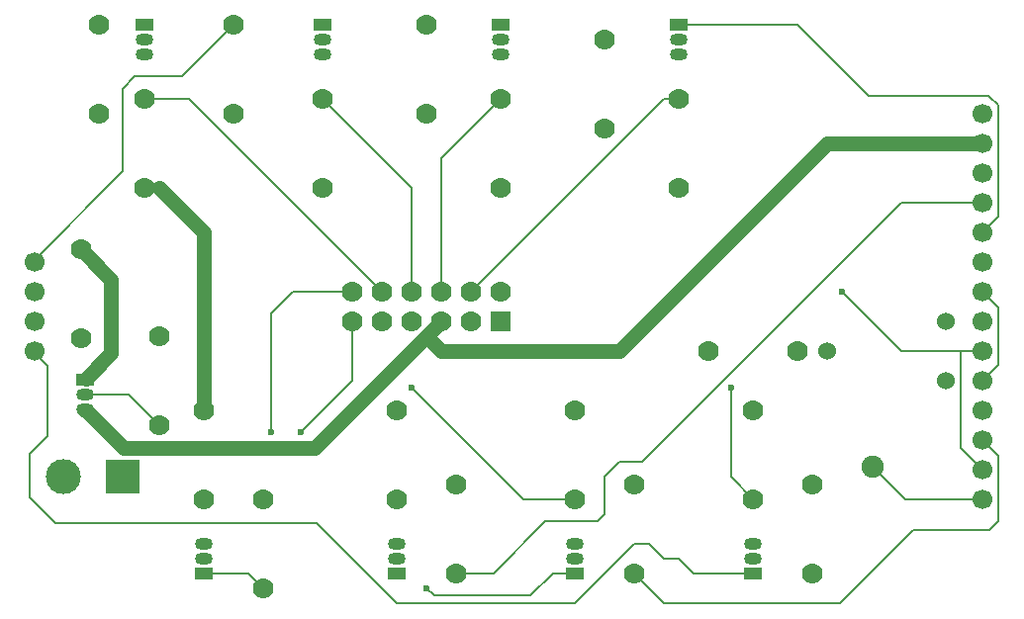
<source format=gbr>
%TF.GenerationSoftware,KiCad,Pcbnew,8.0.6*%
%TF.CreationDate,2025-05-19T18:36:41-06:00*%
%TF.ProjectId,Subsystem SPI Breakout v4,53756273-7973-4746-956d-205350492042,rev?*%
%TF.SameCoordinates,Original*%
%TF.FileFunction,Copper,L2,Bot*%
%TF.FilePolarity,Positive*%
%FSLAX46Y46*%
G04 Gerber Fmt 4.6, Leading zero omitted, Abs format (unit mm)*
G04 Created by KiCad (PCBNEW 8.0.6) date 2025-05-19 18:36:41*
%MOMM*%
%LPD*%
G01*
G04 APERTURE LIST*
%TA.AperFunction,ComponentPad*%
%ADD10C,1.778000*%
%TD*%
%TA.AperFunction,ComponentPad*%
%ADD11C,1.524000*%
%TD*%
%TA.AperFunction,ComponentPad*%
%ADD12R,1.500000X1.050000*%
%TD*%
%TA.AperFunction,ComponentPad*%
%ADD13O,1.500000X1.050000*%
%TD*%
%TA.AperFunction,ComponentPad*%
%ADD14C,1.905000*%
%TD*%
%TA.AperFunction,ComponentPad*%
%ADD15R,3.000000X3.000000*%
%TD*%
%TA.AperFunction,ComponentPad*%
%ADD16C,3.000000*%
%TD*%
%TA.AperFunction,ComponentPad*%
%ADD17R,1.778000X1.778000*%
%TD*%
%TA.AperFunction,ComponentPad*%
%ADD18C,1.700000*%
%TD*%
%TA.AperFunction,ViaPad*%
%ADD19C,0.600000*%
%TD*%
%TA.AperFunction,Conductor*%
%ADD20C,1.270000*%
%TD*%
%TA.AperFunction,Conductor*%
%ADD21C,0.200000*%
%TD*%
G04 APERTURE END LIST*
D10*
%TO.P,R5,P$1,P$1*%
%TO.N,/3V3*%
X120600000Y-78740000D03*
%TO.P,R5,P$2,P$2*%
%TO.N,/MISO_3V3*%
X120600000Y-71120000D03*
%TD*%
%TO.P,R9,P$1,P$1*%
%TO.N,/3V3*%
X172720000Y-99060000D03*
%TO.P,R9,P$2,P$2*%
%TO.N,Net-(Brightness Adjust1-PadVin)*%
X180340000Y-99060000D03*
%TD*%
D11*
%TO.P,Brightness Adjust1,Vin*%
%TO.N,Net-(Brightness Adjust1-PadVin)*%
X182880000Y-99060000D03*
%TO.P,Brightness Adjust1,Vout1*%
%TO.N,Net-(Brightness Adjust1-PadVout1)*%
X193040000Y-96520000D03*
%TO.P,Brightness Adjust1,Vout2*%
%TO.N,unconnected-(Brightness Adjust1-PadVout2)*%
X193040000Y-101600000D03*
%TD*%
D10*
%TO.P,R16,P$1,P$1*%
%TO.N,/3V3*%
X134620000Y-111760000D03*
%TO.P,R16,P$2,P$2*%
%TO.N,/CS_TOUCH_3V3*%
X134620000Y-119380000D03*
%TD*%
%TO.P,R10,P$1,P$1*%
%TO.N,/3V3*%
X148590000Y-78740000D03*
%TO.P,R10,P$2,P$2*%
%TO.N,/CS_TFT_3V3*%
X148590000Y-71120000D03*
%TD*%
D12*
%TO.P,CS_SD1,1,D*%
%TO.N,/CS_SD_3V3*%
X139700000Y-71120000D03*
D13*
%TO.P,CS_SD1,2,G*%
%TO.N,/3V3*%
X139700000Y-72390000D03*
%TO.P,CS_SD1,3,S*%
%TO.N,/CS_SD_5V*%
X139700000Y-73660000D03*
%TD*%
D12*
%TO.P,DC1,1,D*%
%TO.N,/DC_3V3*%
X170180000Y-71120000D03*
D13*
%TO.P,DC1,2,G*%
%TO.N,/3V3*%
X170180000Y-72390000D03*
%TO.P,DC1,3,S*%
%TO.N,/DC_5V*%
X170180000Y-73660000D03*
%TD*%
D10*
%TO.P,R1,P$1,P$1*%
%TO.N,/3V3*%
X181610000Y-110490000D03*
%TO.P,R1,P$2,P$2*%
%TO.N,/SCK_3V3*%
X181610000Y-118110000D03*
%TD*%
%TO.P,R17,P$1,P$1*%
%TO.N,/5V*%
X129540000Y-104140000D03*
%TO.P,R17,P$2,P$2*%
%TO.N,/CS_TOUCH_5V*%
X129540000Y-111760000D03*
%TD*%
%TO.P,R14,P$1,P$1*%
%TO.N,/3V3*%
X132080000Y-78740000D03*
%TO.P,R14,P$2,P$2*%
%TO.N,/CS_SD_3V3*%
X132080000Y-71120000D03*
%TD*%
%TO.P,R11,P$1,P$1*%
%TO.N,/5V*%
X154940000Y-85090000D03*
%TO.P,R11,P$2,P$2*%
%TO.N,/CS_TFT_5V*%
X154940000Y-77470000D03*
%TD*%
D12*
%TO.P,RESET1,1,D*%
%TO.N,/RESET_3V3*%
X146050000Y-118110000D03*
D13*
%TO.P,RESET1,2,G*%
%TO.N,/3V3*%
X146050000Y-116840000D03*
%TO.P,RESET1,3,S*%
%TO.N,/RESET_5V*%
X146050000Y-115570000D03*
%TD*%
D10*
%TO.P,R6,P$1,P$1*%
%TO.N,/5V*%
X124460000Y-85090000D03*
%TO.P,R6,P$2,P$2*%
%TO.N,/MISO_5V*%
X124460000Y-77470000D03*
%TD*%
D12*
%TO.P,MISO1,1,D*%
%TO.N,/MISO_3V3*%
X124460000Y-71120000D03*
D13*
%TO.P,MISO1,2,G*%
%TO.N,/3V3*%
X124460000Y-72390000D03*
%TO.P,MISO1,3,S*%
%TO.N,/MISO_5V*%
X124460000Y-73660000D03*
%TD*%
D14*
%TO.P,U1,1,T_IRQ*%
%TO.N,Net-(U1-T_IRQ)*%
X186800000Y-109000000D03*
%TD*%
D15*
%TO.P,LS1,1,1*%
%TO.N,/5V*%
X122600000Y-109800000D03*
D16*
%TO.P,LS1,2,2*%
%TO.N,Net-(LS1-Pad2)*%
X117520000Y-109800000D03*
%TD*%
D10*
%TO.P,R15,P$1,P$1*%
%TO.N,/5V*%
X139700000Y-85090000D03*
%TO.P,R15,P$2,P$2*%
%TO.N,/CS_SD_5V*%
X139700000Y-77470000D03*
%TD*%
D17*
%TO.P,C1,3V3,3V3*%
%TO.N,/3V3*%
X154940000Y-96520000D03*
D10*
%TO.P,C1,5V,5V*%
%TO.N,/5V*%
X152400000Y-96520000D03*
%TO.P,C1,GND,GND*%
%TO.N,/GND*%
X149860000Y-96520000D03*
%TO.P,C1,MISO,MISO*%
%TO.N,/MISO_5V*%
X144780000Y-93980000D03*
%TO.P,C1,MOSI,MOSI*%
%TO.N,/MOSI_5V*%
X144780000Y-96520000D03*
%TO.P,C1,RST,Reset*%
%TO.N,/RESET_5V*%
X142240000Y-96520000D03*
%TO.P,C1,SCK,SCK*%
%TO.N,/SCK_5V*%
X147320000Y-96520000D03*
%TO.P,C1,SD_CS,SD_CS*%
%TO.N,/CS_SD_5V*%
X147320000Y-93980000D03*
%TO.P,C1,SPKR,SPKR*%
%TO.N,Net-(C1-PadSPKR)*%
X154940000Y-93980000D03*
%TO.P,C1,TFT_CS,TFT_CS*%
%TO.N,/CS_TFT_5V*%
X149860000Y-93980000D03*
%TO.P,C1,TFT_DC,TFT_DC*%
%TO.N,/DC_5V*%
X152400000Y-93980000D03*
%TO.P,C1,T_CS,Touch_CS*%
%TO.N,/CS_TOUCH_5V*%
X142240000Y-93980000D03*
%TD*%
D12*
%TO.P,MOSI1,1,D*%
%TO.N,/MOSI_3V3*%
X161290000Y-118110000D03*
D13*
%TO.P,MOSI1,2,G*%
%TO.N,/3V3*%
X161290000Y-116840000D03*
%TO.P,MOSI1,3,S*%
%TO.N,/MOSI_5V*%
X161290000Y-115570000D03*
%TD*%
D10*
%TO.P,R12,P$1,P$1*%
%TO.N,/3V3*%
X163830000Y-80010000D03*
%TO.P,R12,P$2,P$2*%
%TO.N,/DC_3V3*%
X163830000Y-72390000D03*
%TD*%
%TO.P,R2,P$1,P$1*%
%TO.N,/5V*%
X176530000Y-104140000D03*
%TO.P,R2,P$2,P$2*%
%TO.N,/SCK_5V*%
X176530000Y-111760000D03*
%TD*%
D12*
%TO.P,Amplifying Transistor1,1,E*%
%TO.N,Net-(Amplifying Transistor1-E)*%
X119380000Y-101540000D03*
D13*
%TO.P,Amplifying Transistor1,2,B*%
%TO.N,Net-(Amplifying Transistor1-B)*%
X119380000Y-102810000D03*
%TO.P,Amplifying Transistor1,3,C*%
%TO.N,/GND*%
X119380000Y-104080000D03*
%TD*%
D10*
%TO.P,R7,P$1,P$1*%
%TO.N,Net-(Amplifying Transistor1-E)*%
X119000000Y-90390000D03*
%TO.P,R7,P$2,P$2*%
%TO.N,Net-(LS1-Pad2)*%
X119000000Y-98010000D03*
%TD*%
%TO.P,R13,P$1,P$1*%
%TO.N,/5V*%
X170180000Y-85090000D03*
%TO.P,R13,P$2,P$2*%
%TO.N,/DC_5V*%
X170180000Y-77470000D03*
%TD*%
%TO.P,R19,P$1,P$1*%
%TO.N,/5V*%
X146050000Y-104140000D03*
%TO.P,R19,P$2,P$2*%
%TO.N,/RESET_5V*%
X146050000Y-111760000D03*
%TD*%
D12*
%TO.P,CS_TFT1,1,D*%
%TO.N,/CS_TFT_3V3*%
X154940000Y-71120000D03*
D13*
%TO.P,CS_TFT1,2,G*%
%TO.N,/3V3*%
X154940000Y-72390000D03*
%TO.P,CS_TFT1,3,S*%
%TO.N,/CS_TFT_5V*%
X154940000Y-73660000D03*
%TD*%
D12*
%TO.P,SCK1,1,D*%
%TO.N,/SCK_3V3*%
X176530000Y-118110000D03*
D13*
%TO.P,SCK1,2,G*%
%TO.N,/3V3*%
X176530000Y-116840000D03*
%TO.P,SCK1,3,S*%
%TO.N,/SCK_5V*%
X176530000Y-115570000D03*
%TD*%
D10*
%TO.P,R3,P$1,P$1*%
%TO.N,/3V3*%
X166370000Y-110490000D03*
%TO.P,R3,P$2,P$2*%
%TO.N,/MOSI_3V3*%
X166370000Y-118110000D03*
%TD*%
%TO.P,R18,P$1,P$1*%
%TO.N,/3V3*%
X151130000Y-110490000D03*
%TO.P,R18,P$2,P$2*%
%TO.N,/RESET_3V3*%
X151130000Y-118110000D03*
%TD*%
%TO.P,R8,P$1,P$1*%
%TO.N,Net-(Amplifying Transistor1-B)*%
X125730000Y-105410000D03*
%TO.P,R8,P$2,P$2*%
%TO.N,Net-(C1-PadSPKR)*%
X125730000Y-97790000D03*
%TD*%
%TO.P,R4,P$1,P$1*%
%TO.N,/5V*%
X161290000Y-104140000D03*
%TO.P,R4,P$2,P$2*%
%TO.N,/MOSI_5V*%
X161290000Y-111760000D03*
%TD*%
D18*
%TO.P,U2,CS,CS*%
%TO.N,/CS_TFT_3V3*%
X196140000Y-83820000D03*
%TO.P,U2,DC,DC*%
%TO.N,/DC_3V3*%
X196140000Y-88900000D03*
%TO.P,U2,GND,GND*%
%TO.N,/GND*%
X196140000Y-81280000D03*
%TO.P,U2,LED,LED*%
%TO.N,Net-(Brightness Adjust1-PadVout1)*%
X196140000Y-96520000D03*
%TO.P,U2,RESET,RESET*%
%TO.N,/RESET_3V3*%
X196140000Y-86360000D03*
%TO.P,U2,SCK,SCK*%
%TO.N,/SCK_3V3*%
X196140000Y-93980000D03*
%TO.P,U2,SDI(MOSI),SDI(MOSI)*%
%TO.N,/MOSI_3V3*%
X196140000Y-91440000D03*
%TO.P,U2,SDO(MISO),SDO(MISO)*%
%TO.N,/MISO_3V3*%
X196140000Y-99060000D03*
%TO.P,U2,SD_CS,SD_CS*%
%TO.N,/CS_SD_3V3*%
X115030000Y-91440000D03*
%TO.P,U2,SD_MISO,SD_MISO*%
%TO.N,/MISO_3V3*%
X115030000Y-96520000D03*
%TO.P,U2,SD_MOSI,SD_MOSI*%
%TO.N,/MOSI_3V3*%
X115030000Y-93980000D03*
%TO.P,U2,SD_SCK,SD_SCK*%
%TO.N,/SCK_3V3*%
X115030000Y-99060000D03*
%TO.P,U2,T_CLK,T_CLK*%
X196140000Y-101600000D03*
%TO.P,U2,T_CS,T_CS*%
%TO.N,/CS_TOUCH_3V3*%
X196140000Y-104140000D03*
%TO.P,U2,T_DIN,T_DIN*%
%TO.N,/MOSI_3V3*%
X196140000Y-106680000D03*
%TO.P,U2,T_DO,T_DO*%
%TO.N,/MISO_3V3*%
X196140000Y-109220000D03*
%TO.P,U2,T_IRQ,T_IRQ*%
%TO.N,Net-(U1-T_IRQ)*%
X196140000Y-111760000D03*
%TO.P,U2,Vcc,Vcc*%
%TO.N,/3V3*%
X196140000Y-78740000D03*
%TD*%
D12*
%TO.P,CS_Touch1,1,D*%
%TO.N,/CS_TOUCH_3V3*%
X129540000Y-118110000D03*
D13*
%TO.P,CS_Touch1,2,G*%
%TO.N,/3V3*%
X129540000Y-116840000D03*
%TO.P,CS_Touch1,3,S*%
%TO.N,/CS_TOUCH_5V*%
X129540000Y-115570000D03*
%TD*%
D19*
%TO.N,/RESET_5V*%
X137795000Y-106045000D03*
%TO.N,/CS_TOUCH_5V*%
X135255000Y-106045000D03*
%TO.N,/MOSI_5V*%
X147320000Y-102235000D03*
%TO.N,/SCK_5V*%
X174625000Y-102235000D03*
%TO.N,/MOSI_3V3*%
X148590000Y-119380000D03*
%TO.N,/MISO_3V3*%
X184150000Y-93980000D03*
%TD*%
D20*
%TO.N,/GND*%
X148590000Y-97790000D02*
X149860000Y-99060000D01*
X182880000Y-81280000D02*
X196140000Y-81280000D01*
X138980000Y-107400000D02*
X122700000Y-107400000D01*
X119470000Y-104170000D02*
X119380000Y-104170000D01*
X149860000Y-96520000D02*
X148590000Y-97790000D01*
X165100000Y-99060000D02*
X182880000Y-81280000D01*
X148590000Y-97790000D02*
X138980000Y-107400000D01*
X122700000Y-107400000D02*
X119470000Y-104170000D01*
X149860000Y-99060000D02*
X165100000Y-99060000D01*
%TO.N,/5V*%
X129540000Y-88900000D02*
X129540000Y-104140000D01*
X125730000Y-85090000D02*
X129540000Y-88900000D01*
D21*
%TO.N,/RESET_5V*%
X142240000Y-96520000D02*
X142240000Y-101600000D01*
X142240000Y-101600000D02*
X137795000Y-106045000D01*
%TO.N,/CS_TFT_5V*%
X149860000Y-82550000D02*
X149860000Y-93980000D01*
X154940000Y-77470000D02*
X149860000Y-82550000D01*
%TO.N,/DC_5V*%
X168910000Y-77470000D02*
X152400000Y-93980000D01*
X170180000Y-77470000D02*
X168910000Y-77470000D01*
%TO.N,/CS_TOUCH_5V*%
X135255000Y-106045000D02*
X135255000Y-95885000D01*
X137160000Y-93980000D02*
X142240000Y-93980000D01*
X135255000Y-95885000D02*
X137160000Y-93980000D01*
%TO.N,/MOSI_5V*%
X156845000Y-111760000D02*
X147320000Y-102235000D01*
X161290000Y-111760000D02*
X156845000Y-111760000D01*
%TO.N,/SCK_5V*%
X176530000Y-111760000D02*
X174625000Y-109855000D01*
X174625000Y-109855000D02*
X174625000Y-102235000D01*
%TO.N,/CS_SD_5V*%
X139700000Y-77470000D02*
X147320000Y-85090000D01*
X147320000Y-85090000D02*
X147320000Y-93980000D01*
%TO.N,/MISO_5V*%
X124460000Y-77470000D02*
X128270000Y-77470000D01*
X128270000Y-77470000D02*
X144780000Y-93980000D01*
%TO.N,/SCK_3V3*%
X161290000Y-120650000D02*
X146050000Y-120650000D01*
X116800000Y-113800000D02*
X114600000Y-111600000D01*
X114600000Y-107880000D02*
X116130000Y-106350000D01*
X116130000Y-100330000D02*
X114860000Y-99060000D01*
X166370000Y-115570000D02*
X161290000Y-120650000D01*
X139200000Y-113800000D02*
X116800000Y-113800000D01*
X170180000Y-116840000D02*
X168910000Y-116840000D01*
X116130000Y-106350000D02*
X116130000Y-100330000D01*
X196140000Y-93980000D02*
X197520000Y-95360000D01*
X114600000Y-111600000D02*
X114600000Y-107880000D01*
X168910000Y-116840000D02*
X167640000Y-115570000D01*
X171450000Y-118110000D02*
X170180000Y-116840000D01*
X146050000Y-120650000D02*
X139200000Y-113800000D01*
X197520000Y-95360000D02*
X197520000Y-100220000D01*
X197520000Y-100220000D02*
X196140000Y-101600000D01*
X176530000Y-118110000D02*
X171450000Y-118110000D01*
X167640000Y-115570000D02*
X166370000Y-115570000D01*
%TO.N,/MOSI_3V3*%
X183950000Y-120650000D02*
X168910000Y-120650000D01*
X197520000Y-113630000D02*
X196750000Y-114400000D01*
X157480000Y-120015000D02*
X149225000Y-120015000D01*
X168910000Y-120650000D02*
X166370000Y-118110000D01*
X196140000Y-106680000D02*
X197520000Y-108060000D01*
X149225000Y-120015000D02*
X148590000Y-119380000D01*
X196750000Y-114400000D02*
X190200000Y-114400000D01*
X159385000Y-118110000D02*
X157480000Y-120015000D01*
X190200000Y-114400000D02*
X183950000Y-120650000D01*
X197520000Y-108060000D02*
X197520000Y-113630000D01*
X161290000Y-118110000D02*
X159385000Y-118110000D01*
%TO.N,/MISO_3V3*%
X196140000Y-99060000D02*
X194310000Y-99060000D01*
X194310000Y-99060000D02*
X189230000Y-99060000D01*
X189230000Y-99060000D02*
X184150000Y-93980000D01*
X194310000Y-107390000D02*
X194310000Y-99060000D01*
X196140000Y-109220000D02*
X194310000Y-107390000D01*
%TO.N,/DC_3V3*%
X197520000Y-78025000D02*
X196695000Y-77200000D01*
X197520000Y-87520000D02*
X197520000Y-78025000D01*
X180320000Y-71120000D02*
X170180000Y-71120000D01*
X186400000Y-77200000D02*
X180320000Y-71120000D01*
X196695000Y-77200000D02*
X186400000Y-77200000D01*
X196140000Y-88900000D02*
X197520000Y-87520000D01*
%TO.N,/CS_SD_3V3*%
X127635000Y-75565000D02*
X123635000Y-75565000D01*
X122600000Y-76600000D02*
X122600000Y-83700000D01*
X123635000Y-75565000D02*
X122600000Y-76600000D01*
X122600000Y-83700000D02*
X114860000Y-91440000D01*
X132080000Y-71120000D02*
X127635000Y-75565000D01*
%TO.N,/CS_TOUCH_3V3*%
X129540000Y-118110000D02*
X133350000Y-118110000D01*
X133350000Y-118110000D02*
X134620000Y-119380000D01*
%TO.N,/RESET_3V3*%
X196140000Y-86360000D02*
X189230000Y-86360000D01*
X158750000Y-113665000D02*
X154305000Y-118110000D01*
X189230000Y-86360000D02*
X167005000Y-108585000D01*
X154305000Y-118110000D02*
X151130000Y-118110000D01*
X163830000Y-113030000D02*
X163195000Y-113665000D01*
X165100000Y-108585000D02*
X163830000Y-109855000D01*
X167005000Y-108585000D02*
X165100000Y-108585000D01*
X163195000Y-113665000D02*
X158750000Y-113665000D01*
X163830000Y-109855000D02*
X163830000Y-113030000D01*
%TO.N,Net-(Amplifying Transistor1-B)*%
X125730000Y-105410000D02*
X123130000Y-102810000D01*
X123130000Y-102810000D02*
X119380000Y-102810000D01*
D20*
%TO.N,Net-(Amplifying Transistor1-E)*%
X119460000Y-101400000D02*
X121600000Y-99260000D01*
X121600000Y-99260000D02*
X121600000Y-92990000D01*
X121600000Y-92990000D02*
X119000000Y-90390000D01*
D21*
%TO.N,Net-(U1-T_IRQ)*%
X196140000Y-111760000D02*
X189560000Y-111760000D01*
X189560000Y-111760000D02*
X186800000Y-109000000D01*
%TD*%
M02*

</source>
